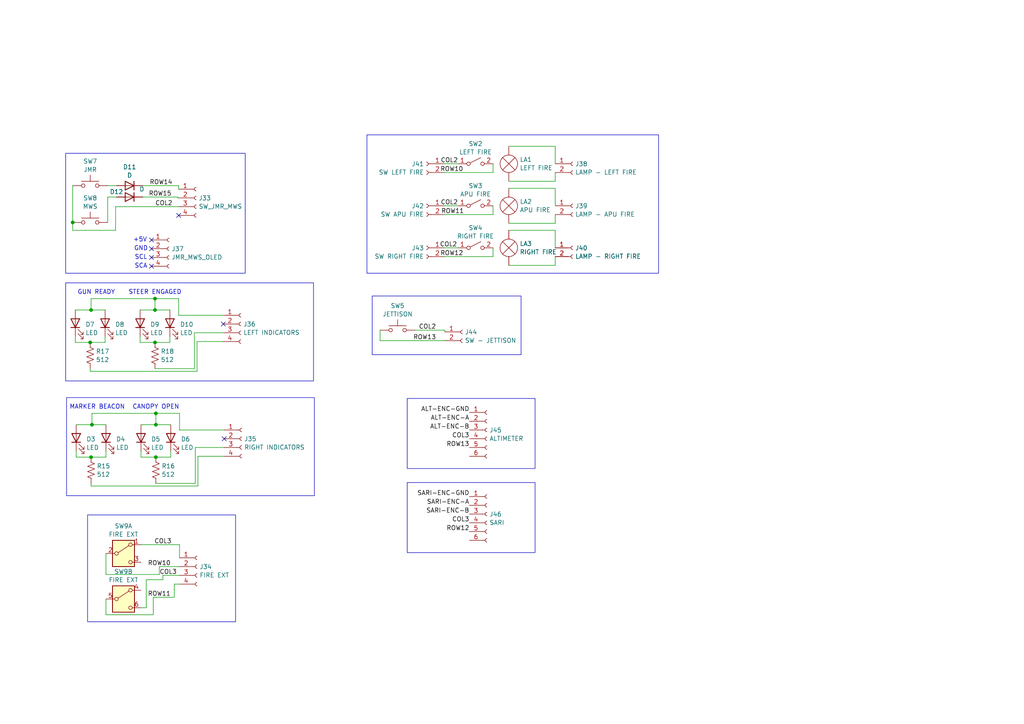
<source format=kicad_sch>
(kicad_sch (version 20231120) (generator "eeschema") (generator_version "8.0")
  (paper "A4")
  (lib_symbols
    (symbol "Connector:Conn_01x02_Socket" (pin_names (offset 1.016) hide)
      (property "Reference" "J" (at 0 2.54 0))
      (property "Value" "Conn_01x02_Socket" (at 0 -5.08 0))
      (symbol "Conn_01x02_Socket_1_1"
        (arc (start 0 -2.032) (mid -0.5058 -2.54) (end 0 -3.048) (stroke (width 0.1524)))
        (polyline (pts (xy -1.27 -2.54) (xy -0.508 -2.54)) (stroke (width 0.1524)))
        (polyline (pts (xy -1.27 0) (xy -0.508 0)) (stroke (width 0.1524)))
        (arc (start 0 0.508) (mid -0.5058 0) (end 0 -0.508) (stroke (width 0.1524)))
        (pin passive line (at -5.08 0 0) (length 3.81) (name "Pin_1") (number "1"))
        (pin passive line (at -5.08 -2.54 0) (length 3.81) (name "Pin_2") (number "2"))
      )
    )
    (symbol "Connector:Conn_01x04_Socket" (pin_names (offset 1.016) hide)
      (property "Reference" "J" (at 0 5.08 0))
      (property "Value" "Conn_01x04_Socket" (at 0 -7.62 0))
      (symbol "Conn_01x04_Socket_1_1"
        (arc (start 0 -4.572) (mid -0.5058 -5.08) (end 0 -5.588) (stroke (width 0.1524)))
        (arc (start 0 -2.032) (mid -0.5058 -2.54) (end 0 -3.048) (stroke (width 0.1524)))
        (polyline (pts (xy -1.27 -5.08) (xy -0.508 -5.08)) (stroke (width 0.1524)))
        (polyline (pts (xy -1.27 -2.54) (xy -0.508 -2.54)) (stroke (width 0.1524)))
        (polyline (pts (xy -1.27 0) (xy -0.508 0)) (stroke (width 0.1524)))
        (polyline (pts (xy -1.27 2.54) (xy -0.508 2.54)) (stroke (width 0.1524)))
        (arc (start 0 0.508) (mid -0.5058 0) (end 0 -0.508) (stroke (width 0.1524)))
        (arc (start 0 3.048) (mid -0.5058 2.54) (end 0 2.032) (stroke (width 0.1524)))
        (pin passive line (at -5.08 2.54 0) (length 3.81) (name "Pin_1") (number "1"))
        (pin passive line (at -5.08 0 0) (length 3.81) (name "Pin_2") (number "2"))
        (pin passive line (at -5.08 -2.54 0) (length 3.81) (name "Pin_3") (number "3"))
        (pin passive line (at -5.08 -5.08 0) (length 3.81) (name "Pin_4") (number "4"))
      )
    )
    (symbol "Connector:Conn_01x06_Female" (pin_names (offset 1.016) hide)
      (property "Reference" "J" (at 0 7.62 0))
      (property "Value" "Conn_01x06_Female" (at 0 -10.16 0))
      (symbol "Conn_01x06_Female_1_1"
        (arc (start 0 -7.112) (mid -0.5058 -7.62) (end 0 -8.128) (stroke (width 0.1524)))
        (arc (start 0 -4.572) (mid -0.5058 -5.08) (end 0 -5.588) (stroke (width 0.1524)))
        (arc (start 0 -2.032) (mid -0.5058 -2.54) (end 0 -3.048) (stroke (width 0.1524)))
        (polyline (pts (xy -1.27 -7.62) (xy -0.508 -7.62)) (stroke (width 0.1524)))
        (polyline (pts (xy -1.27 -5.08) (xy -0.508 -5.08)) (stroke (width 0.1524)))
        (polyline (pts (xy -1.27 -2.54) (xy -0.508 -2.54)) (stroke (width 0.1524)))
        (polyline (pts (xy -1.27 0) (xy -0.508 0)) (stroke (width 0.1524)))
        (polyline (pts (xy -1.27 2.54) (xy -0.508 2.54)) (stroke (width 0.1524)))
        (polyline (pts (xy -1.27 5.08) (xy -0.508 5.08)) (stroke (width 0.1524)))
        (arc (start 0 0.508) (mid -0.5058 0) (end 0 -0.508) (stroke (width 0.1524)))
        (arc (start 0 3.048) (mid -0.5058 2.54) (end 0 2.032) (stroke (width 0.1524)))
        (arc (start 0 5.588) (mid -0.5058 5.08) (end 0 4.572) (stroke (width 0.1524)))
        (pin passive line (at -5.08 5.08 0) (length 3.81) (name "Pin_1") (number "1"))
        (pin passive line (at -5.08 2.54 0) (length 3.81) (name "Pin_2") (number "2"))
        (pin passive line (at -5.08 0 0) (length 3.81) (name "Pin_3") (number "3"))
        (pin passive line (at -5.08 -2.54 0) (length 3.81) (name "Pin_4") (number "4"))
        (pin passive line (at -5.08 -5.08 0) (length 3.81) (name "Pin_5") (number "5"))
        (pin passive line (at -5.08 -7.62 0) (length 3.81) (name "Pin_6") (number "6"))
      )
    )
    (symbol "Device:D" (pin_numbers hide) (pin_names (offset 1.016) hide)
      (property "Reference" "D" (at 0 2.54 0))
      (property "Value" "D" (at 0 -2.54 0))
      (symbol "D_0_1"
        (polyline (pts (xy -1.27 1.27) (xy -1.27 -1.27)) (stroke (width 0.254)))
        (polyline (pts (xy 1.27 0) (xy -1.27 0)))
        (polyline (pts (xy 1.27 1.27) (xy 1.27 -1.27) (xy -1.27 0) (xy 1.27 1.27)) (stroke (width 0.254)))
      )
      (symbol "D_1_1"
        (pin passive line (at -3.81 0 0) (length 2.54) (name "K") (number "1"))
        (pin passive line (at 3.81 0 180) (length 2.54) (name "A") (number "2"))
      )
    )
    (symbol "Device:LED" (pin_numbers hide) (pin_names (offset 1.016) hide)
      (property "Reference" "D" (at 0 2.54 0))
      (property "Value" "LED" (at 0 -2.54 0))
      (symbol "LED_0_1"
        (polyline (pts (xy -1.27 -1.27) (xy -1.27 1.27)) (stroke (width 0.254)))
        (polyline (pts (xy -1.27 0) (xy 1.27 0)))
        (polyline (pts (xy 1.27 -1.27) (xy 1.27 1.27) (xy -1.27 0) (xy 1.27 -1.27)) (stroke (width 0.254)))
        (polyline (pts (xy -3.048 -0.762) (xy -4.572 -2.286) (xy -3.81 -2.286) (xy -4.572 -2.286) (xy -4.572 -1.524)))
        (polyline (pts (xy -1.778 -0.762) (xy -3.302 -2.286) (xy -2.54 -2.286) (xy -3.302 -2.286) (xy -3.302 -1.524)))
      )
      (symbol "LED_1_1"
        (pin passive line (at -3.81 0 0) (length 2.54) (name "K") (number "1"))
        (pin passive line (at 3.81 0 180) (length 2.54) (name "A") (number "2"))
      )
    )
    (symbol "Device:Lamp" (pin_numbers hide) (pin_names (offset 0.0254) hide)
      (property "Reference" "LA" (at 0.635 3.81 0))
      (property "Value" "Lamp" (at 0.635 -3.81 0))
      (symbol "Lamp_0_1"
        (polyline (pts (xy -1.778 1.778) (xy 1.778 -1.778)))
        (polyline (pts (xy 1.778 1.778) (xy -1.778 -1.778)))
        (circle (center 0 0) (radius 2.54))
      )
      (symbol "Lamp_1_1"
        (pin passive line (at 0 -5.08 90) (length 2.54) (name "-") (number "1"))
        (pin passive line (at 0 5.08 270) (length 2.54) (name "+") (number "2"))
      )
    )
    (symbol "Device:R_US" (pin_numbers hide) (pin_names (offset 0))
      (property "Reference" "R" (at 2.54 0 90))
      (property "Value" "R_US" (at -2.54 0 90))
      (symbol "R_US_0_1"
        (polyline (pts (xy 0 -2.286) (xy 0 -2.54)))
        (polyline (pts (xy 0 2.286) (xy 0 2.54)))
        (polyline (pts (xy 0 -0.762) (xy 1.016 -1.143) (xy 0 -1.524) (xy -1.016 -1.905) (xy 0 -2.286)))
        (polyline (pts (xy 0 0.762) (xy 1.016 0.381) (xy 0 0) (xy -1.016 -0.381) (xy 0 -0.762)))
        (polyline (pts (xy 0 2.286) (xy 1.016 1.905) (xy 0 1.524) (xy -1.016 1.143) (xy 0 0.762)))
      )
      (symbol "R_US_1_1"
        (pin passive line (at 0 3.81 270) (length 1.27) (name "~") (number "1"))
        (pin passive line (at 0 -3.81 90) (length 1.27) (name "~") (number "2"))
      )
    )
    (symbol "Switch:SW_DPDT_x2" (pin_names (offset 0) hide)
      (property "Reference" "SW" (at 0 5.08 0))
      (property "Value" "SW_DPDT_x2" (at 0 -5.08 0))
      (symbol "SW_DPDT_x2_0_0"
        (circle (center -2.032 0) (radius 0.508))
        (circle (center 2.032 -2.54) (radius 0.508))
      )
      (symbol "SW_DPDT_x2_0_1"
        (rectangle (start -3.175 3.81) (end 3.175 -3.81) (stroke (width 0.254)) (fill (type background)))
        (polyline (pts (xy -1.524 0.254) (xy 1.5748 2.286)))
        (circle (center 2.032 2.54) (radius 0.508))
      )
      (symbol "SW_DPDT_x2_1_1"
        (pin passive line (at 5.08 2.54 180) (length 2.54) (name "A") (number "1"))
        (pin passive line (at -5.08 0 0) (length 2.54) (name "B") (number "2"))
        (pin passive line (at 5.08 -2.54 180) (length 2.54) (name "C") (number "3"))
      )
      (symbol "SW_DPDT_x2_2_1"
        (pin passive line (at 5.08 2.54 180) (length 2.54) (name "A") (number "4"))
        (pin passive line (at -5.08 0 0) (length 2.54) (name "B") (number "5"))
        (pin passive line (at 5.08 -2.54 180) (length 2.54) (name "C") (number "6"))
      )
    )
    (symbol "Switch:SW_Push" (pin_numbers hide) (pin_names (offset 1.016) hide)
      (property "Reference" "SW" (at 1.27 2.54 0))
      (property "Value" "SW_Push" (at 0 -1.524 0))
      (symbol "SW_Push_0_1"
        (circle (center -2.032 0) (radius 0.508))
        (polyline (pts (xy 0 1.27) (xy 0 3.048)))
        (polyline (pts (xy 2.54 1.27) (xy -2.54 1.27)))
        (circle (center 2.032 0) (radius 0.508))
        (pin passive line (at -5.08 0 0) (length 2.54) (name "1") (number "1"))
        (pin passive line (at 5.08 0 180) (length 2.54) (name "2") (number "2"))
      )
    )
    (symbol "Switch:SW_SPST" (pin_names (offset 0) hide)
      (property "Reference" "SW" (at 0 3.175 0))
      (property "Value" "SW_SPST" (at 0 -2.54 0))
      (symbol "SW_SPST_0_0"
        (circle (center -2.032 0) (radius 0.508))
        (polyline (pts (xy -1.524 0.254) (xy 1.524 1.778)))
        (circle (center 2.032 0) (radius 0.508))
      )
      (symbol "SW_SPST_1_1"
        (pin passive line (at -5.08 0 0) (length 2.54) (name "A") (number "1"))
        (pin passive line (at 5.08 0 180) (length 2.54) (name "B") (number "2"))
      )
    )
  )
  (junction (at 26.67 123.19))
  (junction (at 44.958 89.916))
  (junction (at 21.082 64.516))
  (junction (at 45.212 123.19))
  (junction (at 26.416 132.588))
  (junction (at 44.958 86.614))
  (junction (at 45.212 132.588))
  (junction (at 44.958 99.314))
  (junction (at 26.416 89.916))
  (junction (at 45.212 119.888))
  (junction (at 26.162 99.314))
  (no_connect (at 65.024 127.254))
  (no_connect (at 51.816 62.484))
  (no_connect (at 43.942 74.676))
  (no_connect (at 43.942 69.596))
  (no_connect (at 64.77 93.98))
  (no_connect (at 43.942 77.216))
  (no_connect (at 43.942 72.136))
  (wire (pts (xy 26.416 86.614) (xy 26.416 89.916)))
  (wire (pts (xy 26.162 99.314) (xy 21.844 99.314)))
  (wire (pts (xy 21.082 64.516) (xy 21.082 66.802)))
  (wire (pts (xy 128.778 71.882) (xy 132.842 71.882)))
  (wire (pts (xy 44.958 89.916) (xy 49.276 89.916)))
  (wire (pts (xy 30.734 130.81) (xy 30.734 132.588)))
  (wire (pts (xy 21.082 53.848) (xy 21.082 64.516)))
  (wire (pts (xy 120.396 95.758) (xy 129.032 95.758)))
  (wire (pts (xy 40.64 89.916) (xy 44.958 89.916)))
  (wire (pts (xy 42.418 176.276) (xy 42.418 168.148)))
  (wire (pts (xy 57.404 140.97) (xy 26.416 140.97)))
  (wire (pts (xy 51.816 91.44) (xy 51.816 86.614)))
  (wire (pts (xy 64.77 91.44) (xy 51.816 91.44)))
  (wire (pts (xy 45.212 119.888) (xy 45.212 123.19)))
  (wire (pts (xy 41.402 53.848) (xy 51.816 53.848)))
  (wire (pts (xy 26.416 140.97) (xy 26.416 140.208)))
  (wire (pts (xy 49.53 132.588) (xy 45.212 132.588)))
  (wire (pts (xy 30.734 166.624) (xy 46.228 166.624)))
  (wire (pts (xy 49.53 130.81) (xy 49.53 132.588)))
  (wire (pts (xy 44.958 86.614) (xy 44.958 89.916)))
  (wire (pts (xy 147.574 76.962) (xy 161.036 76.962)))
  (wire (pts (xy 161.036 66.802) (xy 161.036 71.882)))
  (wire (pts (xy 57.404 132.334) (xy 57.404 140.97)))
  (wire (pts (xy 49.276 99.314) (xy 44.958 99.314)))
  (wire (pts (xy 26.416 132.588) (xy 22.098 132.588)))
  (wire (pts (xy 33.528 59.944) (xy 51.816 59.944)))
  (wire (pts (xy 44.958 99.314) (xy 40.64 99.314)))
  (wire (pts (xy 57.15 99.06) (xy 57.15 107.696)))
  (wire (pts (xy 47.244 168.148) (xy 47.244 166.878)))
  (wire (pts (xy 21.844 89.916) (xy 26.416 89.916)))
  (wire (pts (xy 51.816 86.614) (xy 44.958 86.614)))
  (wire (pts (xy 52.07 157.988) (xy 52.07 161.798)))
  (wire (pts (xy 147.574 42.418) (xy 161.036 42.418)))
  (wire (pts (xy 26.162 107.696) (xy 26.162 106.934)))
  (wire (pts (xy 110.236 98.806) (xy 110.236 95.758)))
  (wire (pts (xy 40.894 132.588) (xy 40.894 130.81)))
  (wire (pts (xy 129.032 95.758) (xy 129.032 96.266)))
  (wire (pts (xy 64.77 96.52) (xy 56.388 96.52)))
  (wire (pts (xy 143.002 71.882) (xy 143.002 74.422)))
  (wire (pts (xy 147.574 54.61) (xy 161.036 54.61)))
  (wire (pts (xy 51.562 57.15) (xy 41.402 57.15)))
  (wire (pts (xy 143.002 47.498) (xy 143.002 50.038)))
  (wire (pts (xy 65.024 129.794) (xy 56.642 129.794)))
  (wire (pts (xy 52.07 119.888) (xy 45.212 119.888)))
  (wire (pts (xy 40.894 176.276) (xy 42.418 176.276)))
  (wire (pts (xy 56.388 96.52) (xy 56.388 106.934)))
  (wire (pts (xy 143.002 74.422) (xy 128.778 74.422)))
  (wire (pts (xy 21.082 66.802) (xy 33.528 66.802)))
  (wire (pts (xy 33.528 66.802) (xy 33.528 59.944)))
  (wire (pts (xy 26.416 89.916) (xy 30.48 89.916)))
  (wire (pts (xy 44.958 86.614) (xy 26.416 86.614)))
  (wire (pts (xy 45.212 119.888) (xy 26.67 119.888)))
  (wire (pts (xy 50.546 169.418) (xy 52.07 169.418)))
  (wire (pts (xy 30.734 173.736) (xy 30.734 178.308)))
  (wire (pts (xy 22.098 132.588) (xy 22.098 130.81)))
  (wire (pts (xy 26.67 119.888) (xy 26.67 123.19)))
  (wire (pts (xy 31.242 57.15) (xy 33.782 57.15)))
  (wire (pts (xy 45.212 123.19) (xy 49.53 123.19)))
  (wire (pts (xy 51.816 53.848) (xy 51.816 54.864)))
  (wire (pts (xy 128.778 47.498) (xy 132.842 47.498)))
  (wire (pts (xy 147.574 64.77) (xy 161.036 64.77)))
  (wire (pts (xy 143.002 62.23) (xy 128.778 62.23)))
  (wire (pts (xy 51.562 57.404) (xy 51.562 57.15)))
  (wire (pts (xy 40.894 157.988) (xy 52.07 157.988)))
  (wire (pts (xy 49.276 97.536) (xy 49.276 99.314)))
  (wire (pts (xy 45.212 132.588) (xy 40.894 132.588)))
  (wire (pts (xy 22.098 123.19) (xy 26.67 123.19)))
  (wire (pts (xy 50.546 173.228) (xy 50.546 169.418)))
  (wire (pts (xy 30.48 99.314) (xy 26.162 99.314)))
  (wire (pts (xy 128.778 59.69) (xy 132.842 59.69)))
  (wire (pts (xy 143.002 50.038) (xy 128.778 50.038)))
  (wire (pts (xy 147.574 66.802) (xy 161.036 66.802)))
  (wire (pts (xy 44.45 178.308) (xy 44.45 173.228)))
  (wire (pts (xy 56.388 106.934) (xy 44.958 106.934)))
  (wire (pts (xy 64.77 99.06) (xy 57.15 99.06)))
  (wire (pts (xy 143.002 59.69) (xy 143.002 62.23)))
  (wire (pts (xy 42.418 168.148) (xy 47.244 168.148)))
  (wire (pts (xy 147.574 52.578) (xy 161.036 52.578)))
  (wire (pts (xy 21.844 99.314) (xy 21.844 97.536)))
  (wire (pts (xy 31.242 53.848) (xy 33.782 53.848)))
  (wire (pts (xy 56.642 129.794) (xy 56.642 140.208)))
  (wire (pts (xy 31.242 64.516) (xy 31.242 57.15)))
  (wire (pts (xy 40.894 123.19) (xy 45.212 123.19)))
  (wire (pts (xy 30.734 132.588) (xy 26.416 132.588)))
  (wire (pts (xy 30.48 97.536) (xy 30.48 99.314)))
  (wire (pts (xy 40.64 99.314) (xy 40.64 97.536)))
  (wire (pts (xy 56.642 140.208) (xy 45.212 140.208)))
  (wire (pts (xy 161.036 42.418) (xy 161.036 47.498)))
  (wire (pts (xy 161.036 76.962) (xy 161.036 74.422)))
  (wire (pts (xy 57.15 107.696) (xy 26.162 107.696)))
  (wire (pts (xy 161.036 54.61) (xy 161.036 59.69)))
  (wire (pts (xy 161.036 52.578) (xy 161.036 50.038)))
  (wire (pts (xy 26.67 123.19) (xy 30.734 123.19)))
  (wire (pts (xy 30.734 160.528) (xy 30.734 166.624)))
  (wire (pts (xy 46.228 166.624) (xy 46.228 164.338)))
  (wire (pts (xy 44.45 173.228) (xy 50.546 173.228)))
  (wire (pts (xy 47.244 166.878) (xy 52.07 166.878)))
  (wire (pts (xy 65.024 132.334) (xy 57.404 132.334)))
  (wire (pts (xy 52.07 124.714) (xy 52.07 119.888)))
  (wire (pts (xy 51.562 57.404) (xy 51.816 57.404)))
  (wire (pts (xy 30.734 178.308) (xy 44.45 178.308)))
  (wire (pts (xy 65.024 124.714) (xy 52.07 124.714)))
  (wire (pts (xy 46.228 164.338) (xy 52.07 164.338)))
  (wire (pts (xy 161.036 64.77) (xy 161.036 62.23)))
  (wire (pts (xy 110.236 98.806) (xy 129.032 98.806)))
  (rectangle (start 106.426 39.116) (end 191.008 79.248))
  (rectangle (start 118.11 139.954) (end 155.194 160.274))
  (rectangle (start 19.05 44.45) (end 71.12 79.248))
  (rectangle (start 19.304 115.316) (end 91.186 143.764))
  (rectangle (start 118.11 115.57) (end 155.194 135.89))
  (rectangle (start 19.05 82.042) (end 90.932 110.49))
  (rectangle (start 107.95 85.852) (end 151.13 102.87))
  (rectangle (start 25.4 149.352) (end 68.326 180.34))
  (text "CANOPY OPEN" (at 45.212 118.11 0) (effects (font (size 1.27 1.27))))
  (text "SCA" (at 40.894 77.216 0) (effects (font (size 1.27 1.27))))
  (text "+5V" (at 40.64 69.596 0) (effects (font (size 1.27 1.27))))
  (text "MARKER BEACON" (at 28.194 118.11 0) (effects (font (size 1.27 1.27))))
  (text "STEER ENGAGED" (at 44.958 84.836 0) (effects (font (size 1.27 1.27))))
  (text "GND" (at 40.894 72.136 0) (effects (font (size 1.27 1.27))))
  (text "SCL" (at 40.894 74.676 0) (effects (font (size 1.27 1.27))))
  (text "GUN READY" (at 27.94 84.836 0) (effects (font (size 1.27 1.27))))
  (label "ROW11" (at 134.62 62.23 180))
  (label "COL2" (at 132.842 47.498 180))
  (label "ROW11" (at 49.53 173.228 180))
  (label "COL3" (at 49.784 157.988 180))
  (label "ROW10" (at 49.53 164.338 180))
  (label "ROW13" (at 126.492 98.806 180))
  (label "ROW14" (at 50.038 53.848 180))
  (label "ALT-ENC-B" (at 136.144 124.714 180))
  (label "COL2" (at 132.588 71.882 180))
  (label "ROW12" (at 136.144 154.178 180))
  (label "ALT-ENC-A" (at 136.144 122.174 180))
  (label "COL2" (at 50.038 59.944 180))
  (label "ROW15" (at 49.784 57.15 180))
  (label "SARI-ENC-B" (at 136.144 149.098 180))
  (label "COL3" (at 136.144 151.638 180))
  (label "COL3" (at 136.144 127.254 180))
  (label "ALT-ENC-GND" (at 136.144 119.634 180))
  (label "COL2" (at 132.842 59.69 180))
  (label "ROW10" (at 134.366 50.038 180))
  (label "ROW12" (at 134.366 74.422 180))
  (label "ROW13" (at 136.144 129.794 180))
  (label "SARI-ENC-GND" (at 136.144 144.018 180))
  (label "COL3" (at 51.308 166.878 180))
  (label "COL2" (at 126.492 95.758 180))
  (label "SARI-ENC-A" (at 136.144 146.558 180))
  (symbol (lib_id "Connector:Conn_01x04_Socket") (at 70.104 127.254 0) (unit 1) (in_bom no) (on_board no)
    (property "Reference" "J35" (at 70.8152 127.3118 0) (effects (justify left)))
    (property "Value" "RIGHT INDICATORS" (at 70.8152 129.7361 0) (effects (justify left)))
    (property "Footprint" "Connector_Molex:Molex_KK-254_AE-6410-04A_1x04_P2.54mm_Vertical" (effects (hide yes)))
    (property "Description" "Generic connector, single row, 01x04, script generated" (effects (hide yes)))
  )
  (symbol (lib_id "Device:LED") (at 21.844 93.726 90) (unit 1) (in_bom no) (on_board no)
    (property "Reference" "D7" (at 24.765 94.1013 90) (effects (justify right)))
    (property "Value" "LED" (at 24.765 96.5256 90) (effects (justify right)))
    (property "Description" "Light emitting diode" (effects (hide yes)))
  )
  (symbol (lib_id "Device:D") (at 37.592 53.848 180) (unit 1) (in_bom no) (on_board no)
    (property "Reference" "D11" (at 37.592 48.4335 0))
    (property "Value" "D" (at 37.592 50.8578 0))
    (property "Footprint" "Diode_THT:D_A-405_P7.62mm_Horizontal" (effects (hide yes)))
    (property "Description" "Diode" (effects (hide yes)))
    (property "Sim.Device" "D" (effects (hide yes)))
    (property "Sim.Pins" "1=K 2=A" (effects (hide yes)))
  )
  (symbol (lib_id "Connector:Conn_01x06_Female") (at 141.224 149.098 0) (unit 1) (in_bom no) (on_board no)
    (property "Reference" "J46" (at 141.9352 149.1558 0) (effects (justify left)))
    (property "Value" "SARI" (at 141.9352 151.5801 0) (effects (justify left)))
    (property "Footprint" "Connector_Molex:Molex_KK-254_AE-6410-06A_1x06_P2.54mm_Vertical" (effects (hide yes)))
  )
  (symbol (lib_id "Device:LED") (at 40.894 127 90) (unit 1) (in_bom no) (on_board no)
    (property "Reference" "D5" (at 43.815 127.3753 90) (effects (justify right)))
    (property "Value" "LED" (at 43.815 129.7996 90) (effects (justify right)))
    (property "Description" "Light emitting diode" (effects (hide yes)))
  )
  (symbol (lib_id "Device:R_US") (at 45.212 136.398 0) (unit 1) (in_bom no) (on_board no)
    (property "Reference" "R16" (at 46.863 135.1858 0) (effects (justify left)))
    (property "Value" "512" (at 46.863 137.6101 0) (effects (justify left)))
    (property "Description" "Resistor, US symbol" (effects (hide yes)))
  )
  (symbol (lib_id "Connector:Conn_01x04_Socket") (at 49.022 72.136 0) (unit 1) (in_bom no) (on_board no)
    (property "Reference" "J37" (at 49.7332 72.1938 0) (effects (justify left)))
    (property "Value" "JMR_MWS_OLED" (at 49.7332 74.6181 0) (effects (justify left)))
    (property "Footprint" "Connector_Molex:Molex_KK-254_AE-6410-04A_1x04_P2.54mm_Vertical" (effects (hide yes)))
    (property "Description" "Generic connector, single row, 01x04, script generated" (effects (hide yes)))
  )
  (symbol (lib_id "Switch:SW_Push") (at 115.316 95.758 0) (unit 1) (in_bom no) (on_board no)
    (property "Reference" "SW5" (at 115.316 88.6925 0))
    (property "Value" "JETTISON" (at 115.316 91.1168 0))
    (property "Description" "Push button switch, generic, two pins" (effects (hide yes)))
  )
  (symbol (lib_id "Switch:SW_SPST") (at 137.922 59.69 0) (unit 1) (in_bom no) (on_board no)
    (property "Reference" "SW3" (at 137.922 53.8945 0))
    (property "Value" "APU FIRE" (at 137.922 56.3188 0))
    (property "Footprint" "Connector_Molex:Molex_KK-254_AE-6410-02A_1x02_P2.54mm_Vertical" (effects (hide yes)))
    (property "Description" "Single Pole Single Throw (SPST) switch" (effects (hide yes)))
  )
  (symbol (lib_id "Device:LED") (at 49.276 93.726 90) (unit 1) (in_bom no) (on_board no)
    (property "Reference" "D10" (at 52.197 94.1013 90) (effects (justify right)))
    (property "Value" "LED" (at 52.197 96.5256 90) (effects (justify right)))
    (property "Description" "Light emitting diode" (effects (hide yes)))
  )
  (symbol (lib_id "Connector:Conn_01x02_Socket") (at 166.116 59.69 0) (unit 1) (in_bom no) (on_board no)
    (property "Reference" "J39" (at 166.8272 59.7478 0) (effects (justify left)))
    (property "Value" "LAMP - APU FIRE" (at 166.8272 62.1721 0) (effects (justify left)))
    (property "Description" "Generic connector, single row, 01x02, script generated" (effects (hide yes)))
  )
  (symbol (lib_id "Device:Lamp") (at 147.574 71.882 0) (unit 1) (in_bom no) (on_board no)
    (property "Reference" "LA3" (at 150.749 70.6698 0) (effects (justify left)))
    (property "Value" "RIGHT FIRE" (at 150.749 73.0941 0) (effects (justify left)))
    (property "Description" "Lamp" (effects (hide yes)))
  )
  (symbol (lib_id "Device:LED") (at 30.48 93.726 90) (unit 1) (in_bom no) (on_board no)
    (property "Reference" "D8" (at 33.401 94.1013 90) (effects (justify right)))
    (property "Value" "LED" (at 33.401 96.5256 90) (effects (justify right)))
    (property "Description" "Light emitting diode" (effects (hide yes)))
  )
  (symbol (lib_id "Device:LED") (at 22.098 127 90) (unit 1) (in_bom no) (on_board no)
    (property "Reference" "D3" (at 25.019 127.3753 90) (effects (justify right)))
    (property "Value" "LED" (at 25.019 129.7996 90) (effects (justify right)))
    (property "Description" "Light emitting diode" (effects (hide yes)))
  )
  (symbol (lib_id "Connector:Conn_01x06_Female") (at 141.224 124.714 0) (unit 1) (in_bom no) (on_board no)
    (property "Reference" "J45" (at 141.9352 124.7718 0) (effects (justify left)))
    (property "Value" "ALTIMETER" (at 141.9352 127.1961 0) (effects (justify left)))
    (property "Footprint" "Connector_Molex:Molex_KK-254_AE-6410-06A_1x06_P2.54mm_Vertical" (effects (hide yes)))
  )
  (symbol (lib_id "Connector:Conn_01x04_Socket") (at 56.896 57.404 0) (unit 1) (in_bom no) (on_board no)
    (property "Reference" "J33" (at 57.6072 57.4618 0) (effects (justify left)))
    (property "Value" "SW_JMR_MWS" (at 57.6072 59.8861 0) (effects (justify left)))
    (property "Footprint" "Connector_Molex:Molex_KK-254_AE-6410-04A_1x04_P2.54mm_Vertical" (effects (hide yes)))
    (property "Description" "Generic connector, single row, 01x04, script generated" (effects (hide yes)))
  )
  (symbol (lib_id "Device:LED") (at 40.64 93.726 90) (unit 1) (in_bom no) (on_board no)
    (property "Reference" "D9" (at 43.561 94.1013 90) (effects (justify right)))
    (property "Value" "LED" (at 43.561 96.5256 90) (effects (justify right)))
    (property "Description" "Light emitting diode" (effects (hide yes)))
  )
  (symbol (lib_id "Connector:Conn_01x02_Socket") (at 123.698 59.69 0) (mirror y) (unit 1) (in_bom no) (on_board no)
    (property "Reference" "J42" (at 122.9868 59.7478 0) (effects (justify left)))
    (property "Value" "SW APU FIRE" (at 122.9868 62.1721 0) (effects (justify left)))
    (property "Footprint" "Connector_Molex:Molex_KK-254_AE-6410-02A_1x02_P2.54mm_Vertical" (effects (hide yes)))
    (property "Description" "Generic connector, single row, 01x02, script generated" (effects (hide yes)))
  )
  (symbol (lib_id "Switch:SW_DPDT_x2") (at 35.814 160.528 0) (unit 1) (in_bom no) (on_board no)
    (property "Reference" "SW9" (at 35.814 152.5735 0))
    (property "Value" "FIRE EXT" (at 35.814 154.9978 0))
    (property "Description" "Switch, dual pole double throw, separate symbols" (effects (hide yes)))
  )
  (symbol (lib_id "Connector:Conn_01x02_Socket") (at 123.698 47.498 0) (mirror y) (unit 1) (in_bom no) (on_board no)
    (property "Reference" "J41" (at 122.9868 47.5558 0) (effects (justify left)))
    (property "Value" "SW LEFT FIRE" (at 122.9868 49.9801 0) (effects (justify left)))
    (property "Footprint" "Connector_Molex:Molex_KK-254_AE-6410-02A_1x02_P2.54mm_Vertical" (effects (hide yes)))
    (property "Description" "Generic connector, single row, 01x02, script generated" (effects (hide yes)))
  )
  (symbol (lib_id "Device:Lamp") (at 147.574 47.498 0) (unit 1) (in_bom no) (on_board no)
    (property "Reference" "LA1" (at 150.749 46.2858 0) (effects (justify left)))
    (property "Value" "LEFT FIRE" (at 150.749 48.7101 0) (effects (justify left)))
    (property "Description" "Lamp" (effects (hide yes)))
  )
  (symbol (lib_id "Connector:Conn_01x02_Socket") (at 166.116 47.498 0) (unit 1) (in_bom no) (on_board no)
    (property "Reference" "J38" (at 166.8272 47.5558 0) (effects (justify left)))
    (property "Value" "LAMP - LEFT FIRE" (at 166.8272 49.9801 0) (effects (justify left)))
    (property "Description" "Generic connector, single row, 01x02, script generated" (effects (hide yes)))
  )
  (symbol (lib_id "Device:LED") (at 30.734 127 90) (unit 1) (in_bom no) (on_board no)
    (property "Reference" "D4" (at 33.655 127.3753 90) (effects (justify right)))
    (property "Value" "LED" (at 33.655 129.7996 90) (effects (justify right)))
    (property "Description" "Light emitting diode" (effects (hide yes)))
  )
  (symbol (lib_id "Switch:SW_SPST") (at 137.922 71.882 0) (unit 1) (in_bom no) (on_board no)
    (property "Reference" "SW4" (at 137.922 66.0865 0))
    (property "Value" "RIGHT FIRE" (at 137.922 68.5108 0))
    (property "Footprint" "Connector_Molex:Molex_KK-254_AE-6410-02A_1x02_P2.54mm_Vertical" (effects (hide yes)))
    (property "Description" "Single Pole Single Throw (SPST) switch" (effects (hide yes)))
  )
  (symbol (lib_id "Device:R_US") (at 26.416 136.398 0) (unit 1) (in_bom no) (on_board no)
    (property "Reference" "R15" (at 28.067 135.1858 0) (effects (justify left)))
    (property "Value" "512" (at 28.067 137.6101 0) (effects (justify left)))
    (property "Description" "Resistor, US symbol" (effects (hide yes)))
  )
  (symbol (lib_id "Connector:Conn_01x04_Socket") (at 57.15 164.338 0) (unit 1) (in_bom no) (on_board no)
    (property "Reference" "J34" (at 57.8612 164.3958 0) (effects (justify left)))
    (property "Value" "FIRE EXT" (at 57.8612 166.8201 0) (effects (justify left)))
    (property "Footprint" "Connector_Molex:Molex_KK-254_AE-6410-04A_1x04_P2.54mm_Vertical" (effects (hide yes)))
    (property "Description" "Generic connector, single row, 01x04, script generated" (effects (hide yes)))
  )
  (symbol (lib_id "Device:Lamp") (at 147.574 59.69 0) (unit 1) (in_bom no) (on_board no)
    (property "Reference" "LA2" (at 150.749 58.4778 0) (effects (justify left)))
    (property "Value" "APU FIRE" (at 150.749 60.9021 0) (effects (justify left)))
    (property "Description" "Lamp" (effects (hide yes)))
  )
  (symbol (lib_id "Connector:Conn_01x02_Socket") (at 166.116 71.882 0) (unit 1) (in_bom no) (on_board no)
    (property "Reference" "J40" (at 166.8272 71.9398 0) (effects (justify left)))
    (property "Value" "LAMP - RIGHT FIRE" (at 166.8272 74.3641 0) (effects (justify left)))
    (property "Description" "Generic connector, single row, 01x02, script generated" (effects (hide yes)))
  )
  (symbol (lib_id "Connector:Conn_01x04_Socket") (at 69.85 93.98 0) (unit 1) (in_bom no) (on_board no)
    (property "Reference" "J36" (at 70.5612 94.0378 0) (effects (justify left)))
    (property "Value" "LEFT INDICATORS" (at 70.5612 96.4621 0) (effects (justify left)))
    (property "Footprint" "Connector_Molex:Molex_KK-254_AE-6410-04A_1x04_P2.54mm_Vertical" (effects (hide yes)))
    (property "Description" "Generic connector, single row, 01x04, script generated" (effects (hide yes)))
  )
  (symbol (lib_id "Connector:Conn_01x02_Socket") (at 134.112 96.266 0) (unit 1) (in_bom no) (on_board no)
    (property "Reference" "J44" (at 134.8232 96.3238 0) (effects (justify left)))
    (property "Value" "SW - JETTISON" (at 134.8232 98.7481 0) (effects (justify left)))
    (property "Footprint" "Connector_Molex:Molex_KK-254_AE-6410-02A_1x02_P2.54mm_Vertical" (effects (hide yes)))
    (property "Description" "Generic connector, single row, 01x02, script generated" (effects (hide yes)))
  )
  (symbol (lib_id "Switch:SW_Push") (at 26.162 53.848 0) (unit 1) (in_bom no) (on_board no)
    (property "Reference" "SW7" (at 26.162 46.7825 0))
    (property "Value" "JMR" (at 26.162 49.2068 0))
    (property "Description" "Push button switch, generic, two pins" (effects (hide yes)))
  )
  (symbol (lib_id "Switch:SW_SPST") (at 137.922 47.498 0) (unit 1) (in_bom no) (on_board no)
    (property "Reference" "SW2" (at 137.922 41.7025 0))
    (property "Value" "LEFT FIRE" (at 137.922 44.1268 0))
    (property "Footprint" "Connector_Molex:Molex_KK-254_AE-6410-02A_1x02_P2.54mm_Vertical" (effects (hide yes)))
    (property "Description" "Single Pole Single Throw (SPST) switch" (effects (hide yes)))
  )
  (symbol (lib_id "Switch:SW_DPDT_x2") (at 35.814 173.736 0) (unit 2) (in_bom no) (on_board no)
    (property "Reference" "SW9" (at 35.814 165.7815 0))
    (property "Value" "FIRE EXT" (at 35.814 168.2058 0))
    (property "Description" "Switch, dual pole double throw, separate symbols" (effects (hide yes)))
  )
  (symbol (lib_id "Connector:Conn_01x02_Socket") (at 123.698 71.882 0) (mirror y) (unit 1) (in_bom no) (on_board no)
    (property "Reference" "J43" (at 122.9868 71.9398 0) (effects (justify left)))
    (property "Value" "SW RIGHT FIRE" (at 122.9868 74.3641 0) (effects (justify left)))
    (property "Footprint" "Connector_Molex:Molex_KK-254_AE-6410-02A_1x02_P2.54mm_Vertical" (effects (hide yes)))
    (property "Description" "Generic connector, single row, 01x02, script generated" (effects (hide yes)))
  )
  (symbol (lib_id "Device:R_US") (at 26.162 103.124 0) (unit 1) (in_bom no) (on_board no)
    (property "Reference" "R17" (at 27.813 101.9118 0) (effects (justify left)))
    (property "Value" "512" (at 27.813 104.3361 0) (effects (justify left)))
    (property "Description" "Resistor, US symbol" (effects (hide yes)))
  )
  (symbol (lib_id "Device:R_US") (at 44.958 103.124 0) (unit 1) (in_bom no) (on_board no)
    (property "Reference" "R18" (at 46.609 101.9118 0) (effects (justify left)))
    (property "Value" "512" (at 46.609 104.3361 0) (effects (justify left)))
    (property "Description" "Resistor, US symbol" (effects (hide yes)))
  )
  (symbol (lib_id "Switch:SW_Push") (at 26.162 64.516 0) (unit 1) (in_bom no) (on_board no)
    (property "Reference" "SW8" (at 26.162 57.4505 0))
    (property "Value" "MWS" (at 26.162 59.8748 0))
    (property "Description" "Push button switch, generic, two pins" (effects (hide yes)))
  )
  (symbol (lib_id "Device:LED") (at 49.53 127 90) (unit 1) (in_bom no) (on_board no)
    (property "Reference" "D6" (at 52.451 127.3753 90) (effects (justify right)))
    (property "Value" "LED" (at 52.451 129.7996 90) (effects (justify right)))
    (property "Description" "Light emitting diode" (effects (hide yes)))
  )
  (symbol (lib_id "Device:D") (at 37.592 57.15 180) (unit 1) (in_bom no) (on_board no)
    (property "Reference" "D12" (at 33.782 55.626 0))
    (property "Value" "D" (at 41.148 54.864 0))
    (property "Footprint" "Diode_THT:D_A-405_P7.62mm_Horizontal" (effects (hide yes)))
    (property "Description" "Diode" (effects (hide yes)))
    (property "Sim.Device" "D" (effects (hide yes)))
    (property "Sim.Pins" "1=K 2=A" (effects (hide yes)))
  )
)
</source>
